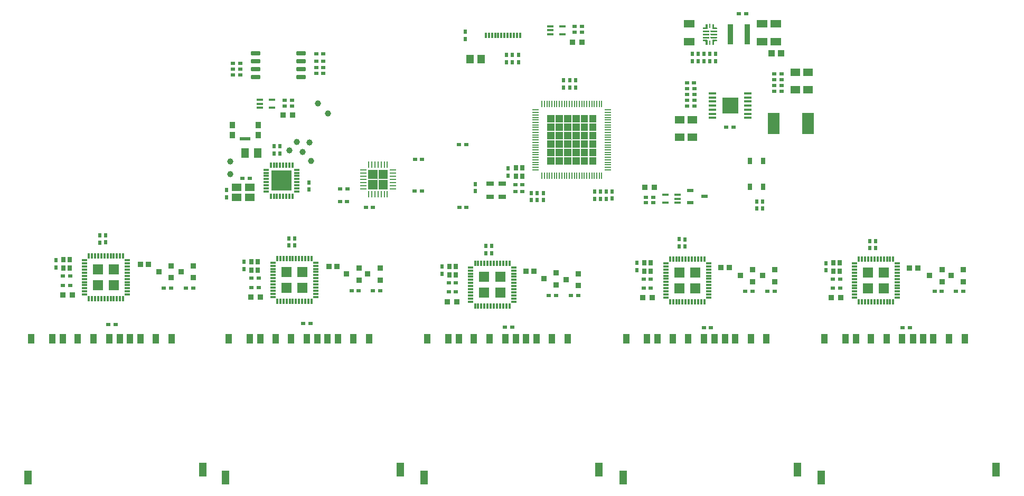
<source format=gtp>
G04*
G04 #@! TF.GenerationSoftware,Altium Limited,Altium Designer,23.10.1 (27)*
G04*
G04 Layer_Color=8421504*
%FSLAX44Y44*%
%MOMM*%
G71*
G04*
G04 #@! TF.SameCoordinates,71CC738A-04A0-4CD5-BBD9-20E7C06DD327*
G04*
G04*
G04 #@! TF.FilePolarity,Positive*
G04*
G01*
G75*
%ADD17R,0.9000X1.0000*%
%ADD18R,1.7000X0.5500*%
%ADD19R,0.7500X0.6000*%
%ADD20R,1.6500X1.2000*%
%ADD21R,0.6000X0.7500*%
G04:AMPARAMS|DCode=22|XSize=0.91mm|YSize=0.93mm|CornerRadius=0.1138mm|HoleSize=0mm|Usage=FLASHONLY|Rotation=180.000|XOffset=0mm|YOffset=0mm|HoleType=Round|Shape=RoundedRectangle|*
%AMROUNDEDRECTD22*
21,1,0.9100,0.7025,0,0,180.0*
21,1,0.6825,0.9300,0,0,180.0*
1,1,0.2275,-0.3413,0.3513*
1,1,0.2275,0.3413,0.3513*
1,1,0.2275,0.3413,-0.3513*
1,1,0.2275,-0.3413,-0.3513*
%
%ADD22ROUNDEDRECTD22*%
%ADD23C,1.0000*%
%ADD24R,0.3000X0.9000*%
%ADD25R,1.0000X1.5000*%
%ADD26R,1.2000X2.2000*%
%ADD27R,0.9000X0.9000*%
G04:AMPARAMS|DCode=28|XSize=0.84mm|YSize=0.26mm|CornerRadius=0.0325mm|HoleSize=0mm|Usage=FLASHONLY|Rotation=270.000|XOffset=0mm|YOffset=0mm|HoleType=Round|Shape=RoundedRectangle|*
%AMROUNDEDRECTD28*
21,1,0.8400,0.1950,0,0,270.0*
21,1,0.7750,0.2600,0,0,270.0*
1,1,0.0650,-0.0975,-0.3875*
1,1,0.0650,-0.0975,0.3875*
1,1,0.0650,0.0975,0.3875*
1,1,0.0650,0.0975,-0.3875*
%
%ADD28ROUNDEDRECTD28*%
%ADD29R,0.2500X0.6500*%
%ADD30R,1.1176X0.5588*%
G04:AMPARAMS|DCode=31|XSize=1.49mm|YSize=0.61mm|CornerRadius=0.0763mm|HoleSize=0mm|Usage=FLASHONLY|Rotation=0.000|XOffset=0mm|YOffset=0mm|HoleType=Round|Shape=RoundedRectangle|*
%AMROUNDEDRECTD31*
21,1,1.4900,0.4575,0,0,0.0*
21,1,1.3375,0.6100,0,0,0.0*
1,1,0.1525,0.6688,-0.2288*
1,1,0.1525,-0.6688,-0.2288*
1,1,0.1525,-0.6688,0.2288*
1,1,0.1525,0.6688,0.2288*
%
%ADD31ROUNDEDRECTD31*%
%ADD32R,1.0200X0.4000*%
%ADD33R,0.7500X0.8500*%
%ADD34R,1.5000X1.2000*%
%ADD35R,0.2032X1.0160*%
%ADD36R,1.0160X0.2032*%
%ADD37R,1.0000X1.0200*%
%ADD38R,1.8200X1.2100*%
%ADD39R,0.8636X3.2512*%
%ADD40R,1.8500X3.4000*%
%ADD41R,1.2048X0.7492*%
G04:AMPARAMS|DCode=42|XSize=0.26mm|YSize=0.84mm|CornerRadius=0.0325mm|HoleSize=0mm|Usage=FLASHONLY|Rotation=270.000|XOffset=0mm|YOffset=0mm|HoleType=Round|Shape=RoundedRectangle|*
%AMROUNDEDRECTD42*
21,1,0.2600,0.7750,0,0,270.0*
21,1,0.1950,0.8400,0,0,270.0*
1,1,0.0650,-0.3875,-0.0975*
1,1,0.0650,-0.3875,0.0975*
1,1,0.0650,0.3875,0.0975*
1,1,0.0650,0.3875,-0.0975*
%
%ADD42ROUNDEDRECTD42*%
%ADD43R,0.3048X0.8128*%
%ADD44R,0.8128X0.3048*%
G04:AMPARAMS|DCode=45|XSize=1.215mm|YSize=0.387mm|CornerRadius=0.0968mm|HoleSize=0mm|Usage=FLASHONLY|Rotation=0.000|XOffset=0mm|YOffset=0mm|HoleType=Round|Shape=RoundedRectangle|*
%AMROUNDEDRECTD45*
21,1,1.2150,0.1935,0,0,0.0*
21,1,1.0215,0.3870,0,0,0.0*
1,1,0.1935,0.5108,-0.0968*
1,1,0.1935,-0.5108,-0.0968*
1,1,0.1935,-0.5108,0.0968*
1,1,0.1935,0.5108,0.0968*
%
%ADD45ROUNDEDRECTD45*%
%ADD46R,0.8500X0.9500*%
%ADD47R,0.2540X1.0668*%
%ADD48R,0.6500X1.0500*%
%ADD49R,1.0668X0.2540*%
%ADD50R,1.1500X1.3500*%
%ADD51R,1.3000X1.5000*%
%ADD52R,2.5000X2.6000*%
%ADD53R,3.2512X3.2512*%
%ADD54R,0.0254X0.0254*%
%ADD55R,0.0254X0.0254*%
G36*
X1110469Y810860D02*
Y806610D01*
X1111369Y805710D01*
X1114619D01*
X1115119Y805210D01*
Y804110D01*
X1114619Y803610D01*
X1107869D01*
X1107369Y804110D01*
Y810860D01*
X1107869Y811360D01*
X1109969D01*
X1110469Y810860D01*
D02*
G37*
G36*
X1099869D02*
Y804110D01*
X1099369Y803610D01*
X1092619D01*
X1092119Y804110D01*
Y805210D01*
X1092119D01*
X1092619Y805710D01*
X1095869D01*
X1096769Y806610D01*
Y810860D01*
X1097269Y811360D01*
X1099369D01*
X1099869Y810860D01*
D02*
G37*
G36*
X1114716Y801100D02*
X1114810Y801072D01*
X1114897Y801026D01*
X1114973Y800964D01*
X1115035Y800888D01*
X1115081Y800801D01*
X1115109Y800707D01*
X1115119Y800610D01*
Y799110D01*
X1115109Y799012D01*
X1115081Y798919D01*
X1115035Y798832D01*
X1114973Y798756D01*
X1114897Y798694D01*
X1114810Y798648D01*
X1114716Y798620D01*
X1114619Y798610D01*
X1105119D01*
X1105022Y798620D01*
X1104928Y798648D01*
X1104841Y798694D01*
X1104765Y798756D01*
X1104703Y798832D01*
X1104657Y798919D01*
X1104629Y799012D01*
X1104619Y799110D01*
Y800610D01*
X1104629Y800707D01*
X1104657Y800801D01*
X1104703Y800888D01*
X1104765Y800964D01*
X1104841Y801026D01*
X1104928Y801072D01*
X1105022Y801100D01*
X1105119Y801110D01*
X1114619D01*
X1114716Y801100D01*
D02*
G37*
G36*
X1102216D02*
X1102310Y801072D01*
X1102397Y801026D01*
X1102473Y800964D01*
X1102535Y800888D01*
X1102581Y800801D01*
X1102609Y800707D01*
X1102619Y800610D01*
Y799110D01*
X1102609Y799012D01*
X1102581Y798919D01*
X1102535Y798832D01*
X1102473Y798756D01*
X1102397Y798694D01*
X1102310Y798648D01*
X1102216Y798620D01*
X1102119Y798610D01*
X1092619D01*
X1092522Y798620D01*
X1092428Y798648D01*
X1092341Y798694D01*
X1092265Y798756D01*
X1092203Y798832D01*
X1092157Y798919D01*
X1092129Y799012D01*
X1092119Y799110D01*
Y800610D01*
X1092129Y800707D01*
X1092157Y800801D01*
X1092203Y800888D01*
X1092265Y800964D01*
X1092341Y801026D01*
X1092428Y801072D01*
X1092522Y801100D01*
X1092619Y801110D01*
X1102119D01*
X1102216Y801100D01*
D02*
G37*
G36*
X1114716Y796100D02*
X1114810Y796072D01*
X1114897Y796026D01*
X1114973Y795964D01*
X1115035Y795888D01*
X1115081Y795801D01*
X1115109Y795707D01*
X1115119Y795610D01*
Y794110D01*
X1115109Y794012D01*
X1115081Y793919D01*
X1115035Y793832D01*
X1114973Y793756D01*
X1114897Y793694D01*
X1114810Y793648D01*
X1114716Y793620D01*
X1114619Y793610D01*
X1105119D01*
X1105022Y793620D01*
X1104928Y793648D01*
X1104841Y793694D01*
X1104765Y793756D01*
X1104703Y793832D01*
X1104657Y793919D01*
X1104629Y794012D01*
X1104619Y794110D01*
Y795610D01*
X1104629Y795707D01*
X1104657Y795801D01*
X1104703Y795888D01*
X1104765Y795964D01*
X1104841Y796026D01*
X1104928Y796072D01*
X1105022Y796100D01*
X1105119Y796110D01*
X1114619D01*
X1114716Y796100D01*
D02*
G37*
G36*
X1102216D02*
X1102310Y796072D01*
X1102397Y796026D01*
X1102473Y795964D01*
X1102535Y795888D01*
X1102581Y795801D01*
X1102609Y795707D01*
X1102619Y795610D01*
Y794110D01*
X1102609Y794012D01*
X1102581Y793919D01*
X1102535Y793832D01*
X1102473Y793756D01*
X1102397Y793694D01*
X1102310Y793648D01*
X1102216Y793620D01*
X1102119Y793610D01*
X1092619D01*
X1092522Y793620D01*
X1092428Y793648D01*
X1092341Y793694D01*
X1092265Y793756D01*
X1092203Y793832D01*
X1092157Y793919D01*
X1092129Y794012D01*
X1092119Y794110D01*
Y795610D01*
X1092129Y795707D01*
X1092157Y795801D01*
X1092203Y795888D01*
X1092265Y795964D01*
X1092341Y796026D01*
X1092428Y796072D01*
X1092522Y796100D01*
X1092619Y796110D01*
X1102119D01*
X1102216Y796100D01*
D02*
G37*
G36*
X1114716Y791100D02*
X1114810Y791072D01*
X1114897Y791026D01*
X1114973Y790964D01*
X1115035Y790888D01*
X1115081Y790801D01*
X1115109Y790707D01*
X1115119Y790610D01*
Y789110D01*
X1115109Y789012D01*
X1115081Y788919D01*
X1115035Y788832D01*
X1114973Y788756D01*
X1114897Y788694D01*
X1114810Y788648D01*
X1114716Y788620D01*
X1114619Y788610D01*
X1105119D01*
X1105022Y788620D01*
X1104928Y788648D01*
X1104841Y788694D01*
X1104765Y788756D01*
X1104703Y788832D01*
X1104657Y788919D01*
X1104629Y789012D01*
X1104619Y789110D01*
Y790610D01*
X1104629Y790707D01*
X1104657Y790801D01*
X1104703Y790888D01*
X1104765Y790964D01*
X1104841Y791026D01*
X1104928Y791072D01*
X1105022Y791100D01*
X1105119Y791110D01*
X1114619D01*
X1114716Y791100D01*
D02*
G37*
G36*
X1102216D02*
X1102310Y791072D01*
X1102397Y791026D01*
X1102473Y790964D01*
X1102535Y790888D01*
X1102581Y790801D01*
X1102609Y790707D01*
X1102619Y790610D01*
Y789110D01*
X1102609Y789012D01*
X1102581Y788919D01*
X1102535Y788832D01*
X1102473Y788756D01*
X1102397Y788694D01*
X1102310Y788648D01*
X1102216Y788620D01*
X1102119Y788610D01*
X1092619D01*
X1092522Y788620D01*
X1092428Y788648D01*
X1092341Y788694D01*
X1092265Y788756D01*
X1092203Y788832D01*
X1092157Y788919D01*
X1092129Y789012D01*
X1092119Y789110D01*
Y790610D01*
X1092129Y790707D01*
X1092157Y790801D01*
X1092203Y790888D01*
X1092265Y790964D01*
X1092341Y791026D01*
X1092428Y791072D01*
X1092522Y791100D01*
X1092619Y791110D01*
X1102119D01*
X1102216Y791100D01*
D02*
G37*
G36*
X1115119Y785610D02*
Y784510D01*
X1114619Y784010D01*
X1111369D01*
X1110469Y783110D01*
Y778860D01*
X1109969Y778360D01*
X1107869D01*
X1107369Y778860D01*
Y785610D01*
X1107869Y786110D01*
X1114619D01*
X1115119Y785610D01*
D02*
G37*
G36*
X1099869D02*
Y778860D01*
X1099369Y778360D01*
X1097269D01*
X1096769Y778860D01*
Y783110D01*
X1095869Y784010D01*
X1092619D01*
X1092119Y784510D01*
X1092119D01*
Y785610D01*
X1092119D01*
X1092619Y786110D01*
X1099369D01*
X1099869Y785610D01*
D02*
G37*
G36*
X921760Y653584D02*
X910256D01*
Y665089D01*
X921760D01*
Y653584D01*
D02*
G37*
G36*
X908256D02*
X896751D01*
Y665089D01*
X908256D01*
Y653584D01*
D02*
G37*
G36*
X894752D02*
X883247D01*
Y665089D01*
X894752D01*
Y653584D01*
D02*
G37*
G36*
X881247D02*
X869743D01*
Y665089D01*
X881247D01*
Y653584D01*
D02*
G37*
G36*
X867743D02*
X856238D01*
Y665089D01*
X867743D01*
Y653584D01*
D02*
G37*
G36*
X854239D02*
X842734D01*
Y665089D01*
X854239D01*
Y653584D01*
D02*
G37*
G36*
X921760Y640080D02*
X910256D01*
Y651584D01*
X921760D01*
Y640080D01*
D02*
G37*
G36*
X908256D02*
X896751D01*
Y651584D01*
X908256D01*
Y640080D01*
D02*
G37*
G36*
X894752D02*
X883247D01*
Y651584D01*
X894752D01*
Y640080D01*
D02*
G37*
G36*
X881247D02*
X869743D01*
Y651584D01*
X881247D01*
Y640080D01*
D02*
G37*
G36*
X867743D02*
X856238D01*
Y651584D01*
X867743D01*
Y640080D01*
D02*
G37*
G36*
X854239D02*
X842734D01*
Y651584D01*
X854239D01*
Y640080D01*
D02*
G37*
G36*
X921760Y626576D02*
X910256D01*
Y638080D01*
X921760D01*
Y626576D01*
D02*
G37*
G36*
X908256D02*
X896751D01*
Y638080D01*
X908256D01*
Y626576D01*
D02*
G37*
G36*
X894752D02*
X883247D01*
Y638080D01*
X894752D01*
Y626576D01*
D02*
G37*
G36*
X881247D02*
X869743D01*
Y638080D01*
X881247D01*
Y626576D01*
D02*
G37*
G36*
X867743D02*
X856238D01*
Y638080D01*
X867743D01*
Y626576D01*
D02*
G37*
G36*
X854239D02*
X842734D01*
Y638080D01*
X854239D01*
Y626576D01*
D02*
G37*
G36*
X921760Y613071D02*
X910256D01*
Y624576D01*
X921760D01*
Y613071D01*
D02*
G37*
G36*
X908256D02*
X896751D01*
Y624576D01*
X908256D01*
Y613071D01*
D02*
G37*
G36*
X894752D02*
X883247D01*
Y624576D01*
X894752D01*
Y613071D01*
D02*
G37*
G36*
X881247D02*
X869743D01*
Y624576D01*
X881247D01*
Y613071D01*
D02*
G37*
G36*
X867743D02*
X856238D01*
Y624576D01*
X867743D01*
Y613071D01*
D02*
G37*
G36*
X854239D02*
X842734D01*
Y624576D01*
X854239D01*
Y613071D01*
D02*
G37*
G36*
X921760Y599567D02*
X910256D01*
Y611071D01*
X921760D01*
Y599567D01*
D02*
G37*
G36*
X908256D02*
X896751D01*
Y611071D01*
X908256D01*
Y599567D01*
D02*
G37*
G36*
X894752D02*
X883247D01*
Y611071D01*
X894752D01*
Y599567D01*
D02*
G37*
G36*
X881247D02*
X869743D01*
Y611071D01*
X881247D01*
Y599567D01*
D02*
G37*
G36*
X867743D02*
X856238D01*
Y611071D01*
X867743D01*
Y599567D01*
D02*
G37*
G36*
X854239D02*
X842734D01*
Y611071D01*
X854239D01*
Y599567D01*
D02*
G37*
G36*
X921760Y586063D02*
X910256D01*
Y597567D01*
X921760D01*
Y586063D01*
D02*
G37*
G36*
X908256D02*
X896751D01*
Y597567D01*
X908256D01*
Y586063D01*
D02*
G37*
G36*
X894752D02*
X883247D01*
Y597567D01*
X894752D01*
Y586063D01*
D02*
G37*
G36*
X881247D02*
X869743D01*
Y597567D01*
X881247D01*
Y586063D01*
D02*
G37*
G36*
X867743D02*
X856238D01*
Y597567D01*
X867743D01*
Y586063D01*
D02*
G37*
G36*
X854239D02*
X842734D01*
Y597567D01*
X854239D01*
Y586063D01*
D02*
G37*
G36*
X587264Y562975D02*
X572500D01*
Y577739D01*
X587264D01*
Y562975D01*
D02*
G37*
G36*
X570500D02*
X555736D01*
Y577739D01*
X570500D01*
Y562975D01*
D02*
G37*
G36*
X587264Y546211D02*
X572500D01*
Y560975D01*
X587264D01*
Y546211D01*
D02*
G37*
G36*
X570500D02*
X555736D01*
Y560975D01*
X570500D01*
Y546211D01*
D02*
G37*
G36*
X156217Y409598D02*
X140117D01*
Y425698D01*
X156217D01*
Y409598D01*
D02*
G37*
G36*
X130717D02*
X114617D01*
Y425698D01*
X130717D01*
Y409598D01*
D02*
G37*
G36*
X458193Y405788D02*
X442093D01*
Y421888D01*
X458193D01*
Y405788D01*
D02*
G37*
G36*
X432693D02*
X416593D01*
Y421888D01*
X432693D01*
Y405788D01*
D02*
G37*
G36*
X1087968Y404775D02*
X1071868D01*
Y420875D01*
X1087968D01*
Y404775D01*
D02*
G37*
G36*
X1062468D02*
X1046368D01*
Y420875D01*
X1062468D01*
Y404775D01*
D02*
G37*
G36*
X1390792Y404518D02*
X1374692D01*
Y420617D01*
X1390792D01*
Y404518D01*
D02*
G37*
G36*
X1365292D02*
X1349192D01*
Y420617D01*
X1365292D01*
Y404518D01*
D02*
G37*
G36*
X775409Y398167D02*
X759309D01*
Y414268D01*
X775409D01*
Y398167D01*
D02*
G37*
G36*
X749909D02*
X733809D01*
Y414268D01*
X749909D01*
Y398167D01*
D02*
G37*
G36*
X156217Y384098D02*
X140117D01*
Y400197D01*
X156217D01*
Y384098D01*
D02*
G37*
G36*
X130717D02*
X114617D01*
Y400197D01*
X130717D01*
Y384098D01*
D02*
G37*
G36*
X458193Y380288D02*
X442093D01*
Y396387D01*
X458193D01*
Y380288D01*
D02*
G37*
G36*
X432693D02*
X416593D01*
Y396387D01*
X432693D01*
Y380288D01*
D02*
G37*
G36*
X1087968Y379275D02*
X1071868D01*
Y395375D01*
X1087968D01*
Y379275D01*
D02*
G37*
G36*
X1062468D02*
X1046368D01*
Y395375D01*
X1062468D01*
Y379275D01*
D02*
G37*
G36*
X1390792Y379017D02*
X1374692D01*
Y395117D01*
X1390792D01*
Y379017D01*
D02*
G37*
G36*
X1365292D02*
X1349192D01*
Y395117D01*
X1365292D01*
Y379017D01*
D02*
G37*
G36*
X775409Y372668D02*
X759309D01*
Y388768D01*
X775409D01*
Y372668D01*
D02*
G37*
G36*
X749909D02*
X733809D01*
Y388768D01*
X749909D01*
Y372668D01*
D02*
G37*
D17*
X379148Y633630D02*
D03*
X338148D02*
D03*
X379148Y649630D02*
D03*
X338148D02*
D03*
D18*
X358648Y627380D02*
D03*
D19*
X1105319Y324135D02*
D03*
X1300829Y402367D02*
D03*
X997299D02*
D03*
X898511Y798445D02*
D03*
X1218254Y703580D02*
D03*
Y722287D02*
D03*
X856840Y376060D02*
D03*
X1161640Y828180D02*
D03*
X887010Y798445D02*
D03*
X1218291Y731691D02*
D03*
X887010Y807923D02*
D03*
X1012784Y524510D02*
D03*
X472452Y764011D02*
D03*
X421989Y689387D02*
D03*
X713330Y517030D02*
D03*
X630330Y543420D02*
D03*
X484000Y741820D02*
D03*
X339234Y729834D02*
D03*
X803120Y553580D02*
D03*
X803157Y542430D02*
D03*
X78076Y391808D02*
D03*
X696566Y381902D02*
D03*
X380336Y388760D02*
D03*
X1008986Y387744D02*
D03*
X1312262Y387490D02*
D03*
X1129865Y646018D02*
D03*
X1078484Y679450D02*
D03*
X1078521Y688883D02*
D03*
X1067010Y707769D02*
D03*
X1066930Y717215D02*
D03*
X1001284Y533679D02*
D03*
X433489Y680142D02*
D03*
X66576Y391808D02*
D03*
X685066Y381902D02*
D03*
X368836Y388760D02*
D03*
X997486Y387744D02*
D03*
X1300762Y387490D02*
D03*
X472500Y751519D02*
D03*
Y741820D02*
D03*
X701450Y618350D02*
D03*
X701830Y517030D02*
D03*
X642210Y594500D02*
D03*
X641830Y543420D02*
D03*
X892400Y376060D02*
D03*
X540610Y383680D02*
D03*
X574900Y383820D02*
D03*
X1171800Y382668D02*
D03*
X1207360Y382808D02*
D03*
X239620Y387490D02*
D03*
X275180Y387630D02*
D03*
X1475330Y382410D02*
D03*
X1509620D02*
D03*
X563470Y517030D02*
D03*
X1012784Y533679D02*
D03*
X421989Y680142D02*
D03*
X1150140Y828180D02*
D03*
X1206791Y731691D02*
D03*
X1206754Y722287D02*
D03*
X1078510Y707769D02*
D03*
X1206754Y712990D02*
D03*
Y703580D02*
D03*
X563400Y383820D02*
D03*
X451707Y330739D02*
D03*
X880900Y376060D02*
D03*
X263680Y387630D02*
D03*
X775049Y324897D02*
D03*
X1498120Y382410D02*
D03*
X1195860Y382808D02*
D03*
X139287Y328961D02*
D03*
X1412748Y323850D02*
D03*
X1093819Y324135D02*
D03*
X472500Y732322D02*
D03*
X339234Y739275D02*
D03*
X484000Y751519D02*
D03*
X350734Y748708D02*
D03*
X1066984Y679450D02*
D03*
X845340Y376060D02*
D03*
X1463830Y382410D02*
D03*
X1160300Y382668D02*
D03*
X551970Y517030D02*
D03*
X529110Y383680D02*
D03*
X521881Y526827D02*
D03*
X228120Y387490D02*
D03*
X380149Y403637D02*
D03*
X365925Y564165D02*
D03*
X696379Y396017D02*
D03*
X77889Y407447D02*
D03*
X1008799Y402367D02*
D03*
X1312329D02*
D03*
X510381Y526827D02*
D03*
X791620Y553580D02*
D03*
X354425Y564165D02*
D03*
X510729Y546752D02*
D03*
X684879Y396017D02*
D03*
X368649Y403637D02*
D03*
X66389Y407447D02*
D03*
X339234Y748708D02*
D03*
X350734Y739275D02*
D03*
X898511Y807923D02*
D03*
X1067021Y688883D02*
D03*
X712950Y618350D02*
D03*
X630710Y594500D02*
D03*
X484000Y732322D02*
D03*
X1078430Y717215D02*
D03*
X1218254Y712990D02*
D03*
X1067021Y698478D02*
D03*
X483952Y764011D02*
D03*
X433489Y689387D02*
D03*
X1001284Y524510D02*
D03*
X463207Y330739D02*
D03*
X150787Y328961D02*
D03*
X786549Y324897D02*
D03*
X1424248Y323850D02*
D03*
X522229Y546752D02*
D03*
X350734Y729834D02*
D03*
X1078521Y698478D02*
D03*
X1141366Y646018D02*
D03*
X791657Y542430D02*
D03*
D20*
X1075351Y630160D02*
D03*
X1260660Y706228D02*
D03*
X1240644D02*
D03*
X1075351Y658160D02*
D03*
X1055074D02*
D03*
X1240644Y734228D02*
D03*
X1260660D02*
D03*
X1055074Y630160D02*
D03*
D21*
X1289273Y416316D02*
D03*
X986672Y416909D02*
D03*
X1075406Y751840D02*
D03*
X1093964Y751877D02*
D03*
X727487Y554641D02*
D03*
X869122Y721124D02*
D03*
X1188326Y515480D02*
D03*
X878700Y721124D02*
D03*
X888371D02*
D03*
X460787Y557181D02*
D03*
X134952Y460979D02*
D03*
X1093964Y763377D02*
D03*
X1084671D02*
D03*
X1075406Y763340D02*
D03*
X437611Y456156D02*
D03*
X1064016Y454529D02*
D03*
X125591Y460936D02*
D03*
X744502Y444004D02*
D03*
X428320Y456156D02*
D03*
X1054661Y454579D02*
D03*
X1368849Y451776D02*
D03*
X1359561D02*
D03*
X777301Y761664D02*
D03*
X711568Y798928D02*
D03*
X918632Y542705D02*
D03*
X928097D02*
D03*
X937427D02*
D03*
X946668Y542742D02*
D03*
X817362Y540546D02*
D03*
X869122Y709624D02*
D03*
X1112520Y763340D02*
D03*
X1178973Y526980D02*
D03*
X1188326D02*
D03*
X786700Y761651D02*
D03*
X796860D02*
D03*
X428320Y467656D02*
D03*
X437611D02*
D03*
X754115Y455504D02*
D03*
X744502D02*
D03*
X134952Y472479D02*
D03*
X125591Y472436D02*
D03*
X1368849Y463276D02*
D03*
X1359561D02*
D03*
X1064016Y466029D02*
D03*
X1054661Y466079D02*
D03*
X786700Y750151D02*
D03*
X796860D02*
D03*
X826767Y540510D02*
D03*
X836332D02*
D03*
X826767Y529010D02*
D03*
X414348Y615095D02*
D03*
X356897Y429679D02*
D03*
X674113Y422059D02*
D03*
X328453Y533489D02*
D03*
X54833Y432219D02*
D03*
X986672Y428409D02*
D03*
X1289273Y427817D02*
D03*
X779920Y579600D02*
D03*
Y568100D02*
D03*
X405000Y603595D02*
D03*
X328453Y544989D02*
D03*
X1103271Y751840D02*
D03*
X674113Y410559D02*
D03*
X356897Y418179D02*
D03*
X54833Y420719D02*
D03*
X1084671Y751877D02*
D03*
X918632Y531205D02*
D03*
X928097D02*
D03*
X937427D02*
D03*
X836332Y529010D02*
D03*
X727487Y543141D02*
D03*
X405000Y615095D02*
D03*
X460787Y545681D02*
D03*
X946668Y531242D02*
D03*
X817362Y529047D02*
D03*
X1112520Y751840D02*
D03*
X777301Y750164D02*
D03*
X711568Y787428D02*
D03*
X1178973Y515480D02*
D03*
X414348Y603595D02*
D03*
X754115Y444004D02*
D03*
X878700Y709624D02*
D03*
X888371D02*
D03*
X1103271Y763340D02*
D03*
D22*
X698226Y366014D02*
D03*
X382504Y373380D02*
D03*
X1011154Y372872D02*
D03*
X1313668Y372364D02*
D03*
X999183Y549366D02*
D03*
X434330Y665480D02*
D03*
X883504Y782474D02*
D03*
X66060Y376682D02*
D03*
X683026Y366014D02*
D03*
X367304Y373380D02*
D03*
X995954Y372872D02*
D03*
X1298468Y372364D02*
D03*
X419129Y665480D02*
D03*
X81260Y376682D02*
D03*
X1014383Y549366D02*
D03*
X898704Y782474D02*
D03*
D23*
X334264Y570230D02*
D03*
X490982Y668020D02*
D03*
X475488Y684022D02*
D03*
X464566Y592074D02*
D03*
X461518Y621538D02*
D03*
X450342Y605790D02*
D03*
X441706Y622554D02*
D03*
X429768Y608584D02*
D03*
X334264Y591312D02*
D03*
D24*
X799280Y793700D02*
D03*
X744280D02*
D03*
X779280D02*
D03*
X789280D02*
D03*
X794280D02*
D03*
X769280D02*
D03*
X774280D02*
D03*
X754280D02*
D03*
X749280D02*
D03*
X784280D02*
D03*
X759280D02*
D03*
X764280D02*
D03*
D25*
X474103Y306100D02*
D03*
X407103D02*
D03*
X792340D02*
D03*
X725340D02*
D03*
X157340D02*
D03*
X90340D02*
D03*
X1428960D02*
D03*
X1361960D02*
D03*
X1111110D02*
D03*
X1044110D02*
D03*
X432103D02*
D03*
X507103D02*
D03*
X382853D02*
D03*
X365853D02*
D03*
X557103D02*
D03*
X532103D02*
D03*
X457103D02*
D03*
X750340D02*
D03*
X825340D02*
D03*
X701090D02*
D03*
X684090D02*
D03*
X875340D02*
D03*
X850340D02*
D03*
X775340D02*
D03*
X115340D02*
D03*
X190340D02*
D03*
X66090D02*
D03*
X49090D02*
D03*
X240340D02*
D03*
X215340D02*
D03*
X140340D02*
D03*
X1386960D02*
D03*
X1461960D02*
D03*
X1337710D02*
D03*
X1320710D02*
D03*
X1511960D02*
D03*
X1486960D02*
D03*
X1411960D02*
D03*
X1069110D02*
D03*
X1144110D02*
D03*
X1019860D02*
D03*
X1002860D02*
D03*
X1194110D02*
D03*
X1169110D02*
D03*
X1094110D02*
D03*
X332352D02*
D03*
X490602D02*
D03*
X650590D02*
D03*
X808840D02*
D03*
X173840D02*
D03*
X15590D02*
D03*
X1287210D02*
D03*
X1445460D02*
D03*
X969360D02*
D03*
X1127610D02*
D03*
D26*
X327352Y84100D02*
D03*
X607352Y96100D02*
D03*
X645590Y84100D02*
D03*
X925590Y96100D02*
D03*
X10590Y84100D02*
D03*
X290590Y96100D02*
D03*
X1282210Y84100D02*
D03*
X1562210Y96100D02*
D03*
X964360Y84100D02*
D03*
X1244360Y96100D02*
D03*
D27*
X892680Y410630D02*
D03*
X872920Y401320D02*
D03*
X574750Y419520D02*
D03*
X1207640Y416980D02*
D03*
X275460Y423330D02*
D03*
X1509900Y416980D02*
D03*
X837360Y402590D02*
D03*
X892680Y391630D02*
D03*
X554990Y410210D02*
D03*
X540890Y400520D02*
D03*
X521130Y410210D02*
D03*
X574750Y400520D02*
D03*
X1187880Y407670D02*
D03*
X1172080Y397980D02*
D03*
X1152320Y407670D02*
D03*
X1207640Y397980D02*
D03*
X239900Y404330D02*
D03*
X255700Y414020D02*
D03*
X220140D02*
D03*
X275460Y404330D02*
D03*
X1490140Y407670D02*
D03*
X1475610Y397980D02*
D03*
X1455850Y407670D02*
D03*
X1509900Y397980D02*
D03*
X1475610Y416980D02*
D03*
X1172080D02*
D03*
X540890Y419520D02*
D03*
X239900Y423330D02*
D03*
X857120Y411900D02*
D03*
Y392900D02*
D03*
D28*
X152917Y439248D02*
D03*
X107917D02*
D03*
X132917D02*
D03*
X137917D02*
D03*
X107917Y370547D02*
D03*
X152917D02*
D03*
X434893Y435438D02*
D03*
X727109Y359118D02*
D03*
X772109D02*
D03*
X757109Y427817D02*
D03*
X454893Y366738D02*
D03*
X409893D02*
D03*
X439893Y435438D02*
D03*
X122917Y439248D02*
D03*
X112917Y370547D02*
D03*
X742109Y427817D02*
D03*
X732109Y359118D02*
D03*
X1064668Y434425D02*
D03*
X127917Y439248D02*
D03*
X747109Y427817D02*
D03*
X429893Y435438D02*
D03*
X1059668Y434425D02*
D03*
X1367492Y434168D02*
D03*
X1362492D02*
D03*
X1069668Y434425D02*
D03*
X1039668Y365725D02*
D03*
X1084668D02*
D03*
X1372492Y434168D02*
D03*
X1342492Y365467D02*
D03*
X1387492D02*
D03*
X1044668Y365725D02*
D03*
X1054668Y434425D02*
D03*
X1357492Y434168D02*
D03*
X1347492Y365467D02*
D03*
X147917Y370547D02*
D03*
X767109Y359118D02*
D03*
X449893Y366738D02*
D03*
X1079668Y365725D02*
D03*
X1382492Y365467D02*
D03*
X429893Y366738D02*
D03*
X434893D02*
D03*
X424893D02*
D03*
X419893D02*
D03*
X444893D02*
D03*
X439893D02*
D03*
X747109Y359118D02*
D03*
X752109D02*
D03*
X742109D02*
D03*
X737109D02*
D03*
X762109D02*
D03*
X757109D02*
D03*
X127917Y370547D02*
D03*
X132917D02*
D03*
X122917D02*
D03*
X117917D02*
D03*
X142917D02*
D03*
X137917D02*
D03*
X1362492Y365467D02*
D03*
X1367492D02*
D03*
X1357492D02*
D03*
X1352492D02*
D03*
X1377492D02*
D03*
X1372492D02*
D03*
X1059668Y365725D02*
D03*
X1064668D02*
D03*
X1054668D02*
D03*
X1049668D02*
D03*
X1074668D02*
D03*
X1069668D02*
D03*
X449893Y435438D02*
D03*
X444893D02*
D03*
X767109Y427817D02*
D03*
X762109D02*
D03*
X147917Y439248D02*
D03*
X142917D02*
D03*
X1382492Y434168D02*
D03*
X1377492D02*
D03*
X1079668Y434425D02*
D03*
X1074668D02*
D03*
X419893Y435438D02*
D03*
X414893D02*
D03*
X737109Y427817D02*
D03*
X732109D02*
D03*
X117917Y439248D02*
D03*
X112917D02*
D03*
X1352492Y434168D02*
D03*
X1347492D02*
D03*
X1049668Y434425D02*
D03*
X1044668D02*
D03*
X162917Y439248D02*
D03*
X157917D02*
D03*
Y370547D02*
D03*
X162917D02*
D03*
X414893Y366738D02*
D03*
X409893Y435438D02*
D03*
X727109Y427817D02*
D03*
X1387492Y434168D02*
D03*
X1342492D02*
D03*
X777109Y427817D02*
D03*
X752109D02*
D03*
X464893Y435438D02*
D03*
X454893D02*
D03*
X1084668Y434425D02*
D03*
X1039668D02*
D03*
X772109Y427817D02*
D03*
X424893Y435438D02*
D03*
X1094668Y365725D02*
D03*
Y434425D02*
D03*
X1089668D02*
D03*
X782109Y427817D02*
D03*
X1089668Y365725D02*
D03*
X464893Y366738D02*
D03*
X459893D02*
D03*
Y435438D02*
D03*
X777109Y359118D02*
D03*
X782109D02*
D03*
X1397492Y434168D02*
D03*
X1392492D02*
D03*
Y365467D02*
D03*
X1397492D02*
D03*
D29*
X1103619Y781610D02*
D03*
Y808110D02*
D03*
D30*
X1072388Y544170D02*
D03*
X1094740Y534670D02*
D03*
X1072388Y525170D02*
D03*
D31*
X375582Y739140D02*
D03*
Y726440D02*
D03*
X448182Y764540D02*
D03*
Y751840D02*
D03*
X375582Y764540D02*
D03*
X448182Y739140D02*
D03*
X375582Y751840D02*
D03*
X448182Y726440D02*
D03*
D32*
X382270Y676910D02*
D03*
X847500Y794870D02*
D03*
X401770Y689910D02*
D03*
X867000Y807870D02*
D03*
X1032060Y524510D02*
D03*
X867000Y794870D02*
D03*
X1032060Y537510D02*
D03*
X401770Y676910D02*
D03*
X1051560Y531010D02*
D03*
X382270Y683410D02*
D03*
X847500Y801370D02*
D03*
X382270Y689910D02*
D03*
X847500Y807870D02*
D03*
X1051560Y537510D02*
D03*
Y524510D02*
D03*
D33*
X802810Y580790D02*
D03*
X792310Y567290D02*
D03*
X368130Y416160D02*
D03*
X378630Y429660D02*
D03*
X67140Y419970D02*
D03*
X77640Y433470D02*
D03*
X1301580Y414890D02*
D03*
X1312080Y428390D02*
D03*
X998050Y414890D02*
D03*
X1008550Y428390D02*
D03*
X802810Y567290D02*
D03*
X368130Y429660D02*
D03*
X378630Y416160D02*
D03*
X685630Y422040D02*
D03*
X696130Y408540D02*
D03*
X67140Y433470D02*
D03*
X77640Y419970D02*
D03*
X998050Y428390D02*
D03*
X1008550Y414890D02*
D03*
X1301580Y428390D02*
D03*
X1312080Y414890D02*
D03*
X792310Y580790D02*
D03*
X685630Y408540D02*
D03*
X696130Y422040D02*
D03*
D34*
X365846Y533528D02*
D03*
X344846Y549528D02*
D03*
X365846D02*
D03*
X344846Y533528D02*
D03*
D35*
X930247Y567664D02*
D03*
X914247Y683488D02*
D03*
X866247Y567664D02*
D03*
X902247D02*
D03*
X922247Y683488D02*
D03*
X886247D02*
D03*
X866247D02*
D03*
X914247Y567664D02*
D03*
X918247D02*
D03*
X922247D02*
D03*
X926247D02*
D03*
X874247Y683488D02*
D03*
X834247Y567664D02*
D03*
X858247Y683488D02*
D03*
X862247D02*
D03*
X850247D02*
D03*
X854247D02*
D03*
Y567664D02*
D03*
X850247D02*
D03*
X890247D02*
D03*
X886247D02*
D03*
X874247D02*
D03*
X870247D02*
D03*
X862247D02*
D03*
X858247D02*
D03*
X910247D02*
D03*
X906247D02*
D03*
X898247D02*
D03*
X894247D02*
D03*
X838247D02*
D03*
X882247Y683488D02*
D03*
X878247D02*
D03*
X842247Y567664D02*
D03*
X878247D02*
D03*
X846247D02*
D03*
X882247D02*
D03*
X930247Y683488D02*
D03*
X926247D02*
D03*
X918247D02*
D03*
X910247D02*
D03*
X906247D02*
D03*
X902247D02*
D03*
X898247D02*
D03*
X894247D02*
D03*
X890247D02*
D03*
X870247D02*
D03*
X846247D02*
D03*
X842247D02*
D03*
X838247D02*
D03*
X834247D02*
D03*
D36*
X940159Y597576D02*
D03*
Y625576D02*
D03*
X824335Y665576D02*
D03*
Y637576D02*
D03*
Y605576D02*
D03*
X940159Y577576D02*
D03*
Y645576D02*
D03*
X824335Y661576D02*
D03*
Y625576D02*
D03*
Y581576D02*
D03*
Y585576D02*
D03*
Y577576D02*
D03*
Y593576D02*
D03*
X940159Y585576D02*
D03*
Y581576D02*
D03*
Y613576D02*
D03*
Y609576D02*
D03*
X824335Y649576D02*
D03*
Y653576D02*
D03*
X940159Y637576D02*
D03*
Y641576D02*
D03*
X824335Y617576D02*
D03*
Y621576D02*
D03*
X940159Y605576D02*
D03*
Y601576D02*
D03*
Y593576D02*
D03*
Y589576D02*
D03*
Y633576D02*
D03*
Y629576D02*
D03*
Y621576D02*
D03*
Y617576D02*
D03*
X824335Y629576D02*
D03*
Y633576D02*
D03*
Y641576D02*
D03*
Y645576D02*
D03*
Y597576D02*
D03*
Y601576D02*
D03*
Y609576D02*
D03*
Y613576D02*
D03*
Y589576D02*
D03*
X940159Y649576D02*
D03*
Y653576D02*
D03*
Y657576D02*
D03*
Y661576D02*
D03*
Y665576D02*
D03*
Y669576D02*
D03*
Y673576D02*
D03*
X824335Y673576D02*
D03*
Y669576D02*
D03*
Y657576D02*
D03*
D37*
X1202720Y764540D02*
D03*
X1217900D02*
D03*
D38*
X1209040Y783060D02*
D03*
X1187450D02*
D03*
X1070610Y812060D02*
D03*
X1187450D02*
D03*
X1209040D02*
D03*
X1070610Y783060D02*
D03*
D39*
X1163672Y795176D02*
D03*
X1136748D02*
D03*
D40*
X1261174Y651510D02*
D03*
X1205674D02*
D03*
D41*
X770254Y555330D02*
D03*
X751206D02*
D03*
Y534330D02*
D03*
X770254D02*
D03*
D42*
X101067Y392397D02*
D03*
X720259Y380967D02*
D03*
X403043Y388587D02*
D03*
X1032818Y387575D02*
D03*
X1335642Y387318D02*
D03*
X101067Y422397D02*
D03*
X169767Y412397D02*
D03*
X720259Y410967D02*
D03*
X788959Y400967D02*
D03*
X471743Y408587D02*
D03*
X403043Y418587D02*
D03*
X101067Y387397D02*
D03*
X720259Y375967D02*
D03*
X403043Y383587D02*
D03*
X1101518Y407575D02*
D03*
X1032818Y417575D02*
D03*
X1335642Y417318D02*
D03*
X1404342Y407318D02*
D03*
X169767Y407397D02*
D03*
X788959Y395967D02*
D03*
X1032818Y382575D02*
D03*
X471743Y403587D02*
D03*
X1101518Y402575D02*
D03*
X1335642Y382318D02*
D03*
X1404342Y402318D02*
D03*
X720259Y405967D02*
D03*
X101067Y417397D02*
D03*
X403043Y413587D02*
D03*
X1032818Y412575D02*
D03*
X1335642Y412318D02*
D03*
X471743Y383587D02*
D03*
Y388587D02*
D03*
Y378587D02*
D03*
Y373587D02*
D03*
Y398587D02*
D03*
Y393587D02*
D03*
X403043Y378587D02*
D03*
Y373587D02*
D03*
X788959Y375967D02*
D03*
Y380967D02*
D03*
Y370967D02*
D03*
Y365967D02*
D03*
Y390967D02*
D03*
Y385967D02*
D03*
X720259Y370967D02*
D03*
Y365967D02*
D03*
X169767Y387397D02*
D03*
Y392397D02*
D03*
Y382397D02*
D03*
Y377397D02*
D03*
Y402397D02*
D03*
Y397397D02*
D03*
X101067Y382397D02*
D03*
Y377397D02*
D03*
X1404342Y382318D02*
D03*
Y387318D02*
D03*
Y377318D02*
D03*
Y372318D02*
D03*
Y397318D02*
D03*
Y392318D02*
D03*
X1335642Y377318D02*
D03*
Y372318D02*
D03*
X1101518Y382575D02*
D03*
Y387575D02*
D03*
Y377575D02*
D03*
Y372575D02*
D03*
Y397575D02*
D03*
Y392575D02*
D03*
X1032818Y377575D02*
D03*
Y372575D02*
D03*
X403043Y428587D02*
D03*
Y423587D02*
D03*
X720259Y420967D02*
D03*
Y415967D02*
D03*
X101067Y432397D02*
D03*
Y427397D02*
D03*
X1032818Y427575D02*
D03*
Y422575D02*
D03*
X1335642Y427318D02*
D03*
Y422318D02*
D03*
X101067Y412397D02*
D03*
Y407397D02*
D03*
Y402397D02*
D03*
Y397397D02*
D03*
X169767Y417397D02*
D03*
Y422397D02*
D03*
Y427397D02*
D03*
Y432397D02*
D03*
X1032818Y392575D02*
D03*
Y407575D02*
D03*
Y402575D02*
D03*
Y397575D02*
D03*
X471743Y428587D02*
D03*
Y423587D02*
D03*
Y418587D02*
D03*
Y413587D02*
D03*
X403043Y393587D02*
D03*
Y398587D02*
D03*
Y403587D02*
D03*
Y408587D02*
D03*
X720259Y400967D02*
D03*
Y395967D02*
D03*
Y390967D02*
D03*
Y385967D02*
D03*
X788959Y405967D02*
D03*
Y410967D02*
D03*
Y415967D02*
D03*
Y420967D02*
D03*
X1101518Y412575D02*
D03*
Y417575D02*
D03*
Y422575D02*
D03*
Y427575D02*
D03*
X1335642Y407318D02*
D03*
Y402318D02*
D03*
Y397318D02*
D03*
Y392318D02*
D03*
X1404342Y412318D02*
D03*
Y417318D02*
D03*
Y422318D02*
D03*
Y427318D02*
D03*
D43*
X434594Y535432D02*
D03*
X429514D02*
D03*
X409448Y584708D02*
D03*
X404622D02*
D03*
X434594D02*
D03*
X429514D02*
D03*
X424688D02*
D03*
X414528D02*
D03*
X399542D02*
D03*
X419608D02*
D03*
X424688Y535432D02*
D03*
X419608D02*
D03*
X414528D02*
D03*
X409448D02*
D03*
X404622D02*
D03*
X399542D02*
D03*
D44*
X441706Y557530D02*
D03*
Y542544D02*
D03*
Y572516D02*
D03*
Y577596D02*
D03*
Y547624D02*
D03*
X392430Y562610D02*
D03*
Y552450D02*
D03*
Y547624D02*
D03*
Y542544D02*
D03*
X441706Y562610D02*
D03*
X392430Y577596D02*
D03*
Y557530D02*
D03*
Y567690D02*
D03*
X441706D02*
D03*
Y552450D02*
D03*
X392430Y572516D02*
D03*
D45*
X1107297Y661031D02*
D03*
Y687031D02*
D03*
X1164436Y700031D02*
D03*
X1107297D02*
D03*
X1164436Y693531D02*
D03*
Y680531D02*
D03*
X1107297Y674031D02*
D03*
Y667531D02*
D03*
Y693531D02*
D03*
X1164436Y667531D02*
D03*
Y687031D02*
D03*
Y674031D02*
D03*
Y661031D02*
D03*
X1107297Y680531D02*
D03*
D46*
X190319Y426045D02*
D03*
X808766Y414836D02*
D03*
X492776Y422392D02*
D03*
X1121250Y420712D02*
D03*
X1423528Y420222D02*
D03*
X821866Y414836D02*
D03*
X505876Y422392D02*
D03*
X1134350Y420712D02*
D03*
X203419Y426045D02*
D03*
X1436628Y420222D02*
D03*
D47*
X571500Y585724D02*
D03*
X566500D02*
D03*
X561500Y538226D02*
D03*
X556500D02*
D03*
Y585724D02*
D03*
X561500D02*
D03*
X576500D02*
D03*
X581500D02*
D03*
X586500D02*
D03*
Y538226D02*
D03*
X581500D02*
D03*
X576500D02*
D03*
X571500D02*
D03*
X566500D02*
D03*
D48*
X1189056Y591488D02*
D03*
Y549988D02*
D03*
X1167556Y591488D02*
D03*
Y549988D02*
D03*
D49*
X547751Y556975D02*
D03*
Y561975D02*
D03*
Y546975D02*
D03*
Y576975D02*
D03*
Y566975D02*
D03*
Y551975D02*
D03*
X595249Y576975D02*
D03*
Y571975D02*
D03*
Y566975D02*
D03*
Y561975D02*
D03*
Y556975D02*
D03*
Y551975D02*
D03*
Y546975D02*
D03*
X547751Y571975D02*
D03*
D50*
X736888Y754798D02*
D03*
X719388D02*
D03*
D51*
X378300Y604520D02*
D03*
X358300D02*
D03*
D52*
X1136121Y680531D02*
D03*
D53*
X417068Y560070D02*
D03*
D54*
X571500Y561975D02*
D03*
D55*
X882247Y625576D02*
D03*
M02*

</source>
